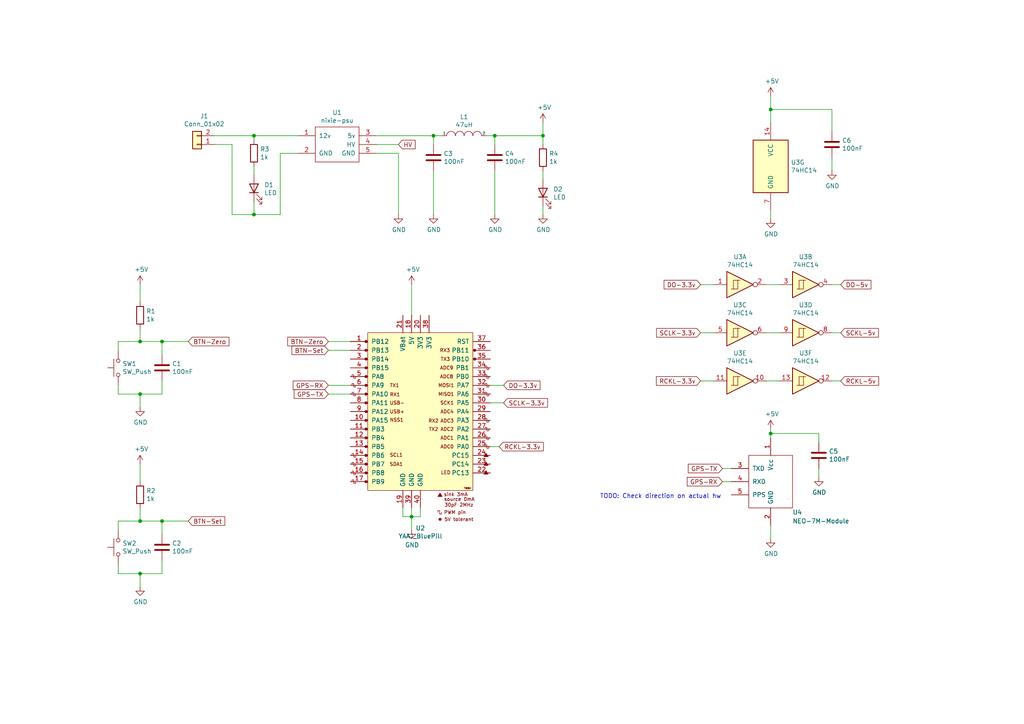
<source format=kicad_sch>
(kicad_sch (version 20211123) (generator eeschema)
  (paper "A4")
  (lib_symbols
    (symbol "74xx:74HC14" (pin_names (offset 1.016))
      (property "Reference" "U" (at 0 1.27 0))
      (property "Value" "74HC14" (at 0 -1.27 0))
      (symbol "74HC14_1_0"
        (polyline (pts (xy -3.81 3.81) (xy -3.81 -3.81) (xy 3.81 0) (xy -3.81 3.81)) (stroke (width 0.254)) (fill (type background)))
        (pin input line (at -7.62 0 0) (length 3.81) (name "~") (number "1"))
        (pin output inverted (at 7.62 0 180) (length 3.81) (name "~") (number "2"))
      )
      (symbol "74HC14_1_1"
        (polyline (pts (xy -1.905 -1.27) (xy -1.905 1.27) (xy -0.635 1.27)))
        (polyline (pts (xy -2.54 -1.27) (xy -0.635 -1.27) (xy -0.635 1.27) (xy 0 1.27)))
      )
      (symbol "74HC14_2_0"
        (polyline (pts (xy -3.81 3.81) (xy -3.81 -3.81) (xy 3.81 0) (xy -3.81 3.81)) (stroke (width 0.254)) (fill (type background)))
        (pin input line (at -7.62 0 0) (length 3.81) (name "~") (number "3"))
        (pin output inverted (at 7.62 0 180) (length 3.81) (name "~") (number "4"))
      )
      (symbol "74HC14_2_1"
        (polyline (pts (xy -1.905 -1.27) (xy -1.905 1.27) (xy -0.635 1.27)))
        (polyline (pts (xy -2.54 -1.27) (xy -0.635 -1.27) (xy -0.635 1.27) (xy 0 1.27)))
      )
      (symbol "74HC14_3_0"
        (polyline (pts (xy -3.81 3.81) (xy -3.81 -3.81) (xy 3.81 0) (xy -3.81 3.81)) (stroke (width 0.254)) (fill (type background)))
        (pin input line (at -7.62 0 0) (length 3.81) (name "~") (number "5"))
        (pin output inverted (at 7.62 0 180) (length 3.81) (name "~") (number "6"))
      )
      (symbol "74HC14_3_1"
        (polyline (pts (xy -1.905 -1.27) (xy -1.905 1.27) (xy -0.635 1.27)))
        (polyline (pts (xy -2.54 -1.27) (xy -0.635 -1.27) (xy -0.635 1.27) (xy 0 1.27)))
      )
      (symbol "74HC14_4_0"
        (polyline (pts (xy -3.81 3.81) (xy -3.81 -3.81) (xy 3.81 0) (xy -3.81 3.81)) (stroke (width 0.254)) (fill (type background)))
        (pin output inverted (at 7.62 0 180) (length 3.81) (name "~") (number "8"))
        (pin input line (at -7.62 0 0) (length 3.81) (name "~") (number "9"))
      )
      (symbol "74HC14_4_1"
        (polyline (pts (xy -1.905 -1.27) (xy -1.905 1.27) (xy -0.635 1.27)))
        (polyline (pts (xy -2.54 -1.27) (xy -0.635 -1.27) (xy -0.635 1.27) (xy 0 1.27)))
      )
      (symbol "74HC14_5_0"
        (polyline (pts (xy -3.81 3.81) (xy -3.81 -3.81) (xy 3.81 0) (xy -3.81 3.81)) (stroke (width 0.254)) (fill (type background)))
        (pin output inverted (at 7.62 0 180) (length 3.81) (name "~") (number "10"))
        (pin input line (at -7.62 0 0) (length 3.81) (name "~") (number "11"))
      )
      (symbol "74HC14_5_1"
        (polyline (pts (xy -1.905 -1.27) (xy -1.905 1.27) (xy -0.635 1.27)))
        (polyline (pts (xy -2.54 -1.27) (xy -0.635 -1.27) (xy -0.635 1.27) (xy 0 1.27)))
      )
      (symbol "74HC14_6_0"
        (polyline (pts (xy -3.81 3.81) (xy -3.81 -3.81) (xy 3.81 0) (xy -3.81 3.81)) (stroke (width 0.254)) (fill (type background)))
        (pin output inverted (at 7.62 0 180) (length 3.81) (name "~") (number "12"))
        (pin input line (at -7.62 0 0) (length 3.81) (name "~") (number "13"))
      )
      (symbol "74HC14_6_1"
        (polyline (pts (xy -1.905 -1.27) (xy -1.905 1.27) (xy -0.635 1.27)))
        (polyline (pts (xy -2.54 -1.27) (xy -0.635 -1.27) (xy -0.635 1.27) (xy 0 1.27)))
      )
      (symbol "74HC14_7_0"
        (pin power_in line (at 0 12.7 270) (length 5.08) (name "VCC") (number "14"))
        (pin power_in line (at 0 -12.7 90) (length 5.08) (name "GND") (number "7"))
      )
      (symbol "74HC14_7_1"
        (rectangle (start -5.08 7.62) (end 5.08 -7.62) (stroke (width 0.254)) (fill (type background)))
      )
    )
    (symbol "Connector_Generic:Conn_01x02" (pin_names (offset 1.016) hide)
      (property "Reference" "J" (at 0 2.54 0))
      (property "Value" "Conn_01x02" (at 0 -5.08 0))
      (symbol "Conn_01x02_1_1"
        (rectangle (start -1.27 -2.413) (end 0 -2.667) (stroke (width 0.1524)))
        (rectangle (start -1.27 0.127) (end 0 -0.127) (stroke (width 0.1524)))
        (rectangle (start -1.27 1.27) (end 1.27 -3.81) (stroke (width 0.254)) (fill (type background)))
        (pin passive line (at -5.08 0 0) (length 3.81) (name "Pin_1") (number "1"))
        (pin passive line (at -5.08 -2.54 0) (length 3.81) (name "Pin_2") (number "2"))
      )
    )
    (symbol "Device:C" (pin_numbers hide) (pin_names (offset 0.254))
      (property "Reference" "C" (at 0.635 2.54 0))
      (property "Value" "C" (at 0.635 -2.54 0))
      (symbol "C_0_1"
        (polyline (pts (xy -2.032 -0.762) (xy 2.032 -0.762)) (stroke (width 0.508)))
        (polyline (pts (xy -2.032 0.762) (xy 2.032 0.762)) (stroke (width 0.508)))
      )
      (symbol "C_1_1"
        (pin passive line (at 0 3.81 270) (length 2.794) (name "~") (number "1"))
        (pin passive line (at 0 -3.81 90) (length 2.794) (name "~") (number "2"))
      )
    )
    (symbol "Device:LED" (pin_numbers hide) (pin_names (offset 1.016) hide)
      (property "Reference" "D" (at 0 2.54 0))
      (property "Value" "LED" (at 0 -2.54 0))
      (symbol "LED_0_1"
        (polyline (pts (xy -1.27 -1.27) (xy -1.27 1.27)) (stroke (width 0.254)))
        (polyline (pts (xy -1.27 0) (xy 1.27 0)))
        (polyline (pts (xy 1.27 -1.27) (xy 1.27 1.27) (xy -1.27 0) (xy 1.27 -1.27)) (stroke (width 0.254)))
        (polyline (pts (xy -3.048 -0.762) (xy -4.572 -2.286) (xy -3.81 -2.286) (xy -4.572 -2.286) (xy -4.572 -1.524)))
        (polyline (pts (xy -1.778 -0.762) (xy -3.302 -2.286) (xy -2.54 -2.286) (xy -3.302 -2.286) (xy -3.302 -1.524)))
      )
      (symbol "LED_1_1"
        (pin passive line (at -3.81 0 0) (length 2.54) (name "K") (number "1"))
        (pin passive line (at 3.81 0 180) (length 2.54) (name "A") (number "2"))
      )
    )
    (symbol "Device:R" (pin_numbers hide) (pin_names (offset 0))
      (property "Reference" "R" (at 2.032 0 90))
      (property "Value" "R" (at 0 0 90))
      (symbol "R_0_1"
        (rectangle (start -1.016 -2.54) (end 1.016 2.54) (stroke (width 0.254)))
      )
      (symbol "R_1_1"
        (pin passive line (at 0 3.81 270) (length 1.27) (name "~") (number "1"))
        (pin passive line (at 0 -3.81 90) (length 1.27) (name "~") (number "2"))
      )
    )
    (symbol "Switch:SW_Push" (pin_numbers hide) (pin_names (offset 1.016) hide)
      (property "Reference" "SW" (at 1.27 2.54 0))
      (property "Value" "SW_Push" (at 0 -1.524 0))
      (symbol "SW_Push_0_1"
        (circle (center -2.032 0) (radius 0.508))
        (polyline (pts (xy 0 1.27) (xy 0 3.048)))
        (polyline (pts (xy 2.54 1.27) (xy -2.54 1.27)))
        (circle (center 2.032 0) (radius 0.508))
        (pin passive line (at -5.08 0 0) (length 2.54) (name "1") (number "1"))
        (pin passive line (at 5.08 0 180) (length 2.54) (name "2") (number "2"))
      )
    )
    (symbol "YAAJ_BluePill:YAAJ_BluePill" (pin_names (offset 1.016))
      (property "Reference" "U" (at -13.97 24.13 0))
      (property "Value" "YAAJ_BluePill" (at 0 6.35 90))
      (symbol "YAAJ_BluePill_0_0"
        (circle (center -15.748 -20.32) (radius 0.3556) (fill (type outline)))
        (circle (center -15.748 -17.78) (radius 0.3556) (fill (type outline)))
        (circle (center -15.748 -15.24) (radius 0.3556) (fill (type outline)))
        (circle (center -15.748 -12.7) (radius 0.3556) (fill (type outline)))
        (circle (center -15.748 -10.16) (radius 0.3556) (fill (type outline)))
        (circle (center -15.748 -7.62) (radius 0.3556) (fill (type outline)))
        (circle (center -15.748 -5.08) (radius 0.3556) (fill (type outline)))
        (circle (center -15.748 -2.54) (radius 0.3556) (fill (type outline)))
        (circle (center -15.748 0) (radius 0.3556) (fill (type outline)))
        (circle (center -15.748 2.54) (radius 0.3556) (fill (type outline)))
        (circle (center -15.748 5.08) (radius 0.3556) (fill (type outline)))
        (circle (center -15.748 7.62) (radius 0.3556) (fill (type outline)))
        (circle (center -15.748 10.16) (radius 0.3556) (fill (type outline)))
        (circle (center -15.748 12.7) (radius 0.3556) (fill (type outline)))
        (circle (center -15.748 15.24) (radius 0.3556) (fill (type outline)))
        (circle (center -15.748 20.32) (radius 0.3556) (fill (type outline)))
        (polyline (pts (xy 5.08 -24.638) (xy 5.715 -23.622) (xy 6.35 -24.638) (xy 5.08 -24.638) (xy 5.715 -23.749) (xy 6.223 -24.638) (xy 5.207 -24.511) (xy 5.715 -23.876) (xy 6.096 -24.638) (xy 5.334 -24.384) (xy 5.842 -24.003) (xy 5.969 -24.638) (xy 5.461 -24.257) (xy 5.969 -24.13) (xy 5.842 -24.511) (xy 5.588 -24.257) (xy 5.842 -24.384) (xy 5.715 -24.13)))
        (polyline (pts (xy 18.415 -18.161) (xy 19.05 -17.145) (xy 19.685 -18.161) (xy 18.415 -18.161) (xy 19.05 -17.272) (xy 19.558 -18.161) (xy 18.542 -18.034) (xy 19.05 -17.399) (xy 19.431 -18.161) (xy 18.669 -17.907) (xy 19.177 -17.526) (xy 19.304 -18.161) (xy 18.796 -17.78) (xy 19.304 -17.653) (xy 19.177 -18.034) (xy 18.923 -17.78) (xy 19.177 -17.907) (xy 19.05 -17.653)))
        (polyline (pts (xy 18.415 -15.621) (xy 19.05 -14.605) (xy 19.685 -15.621) (xy 18.415 -15.621) (xy 19.05 -14.732) (xy 19.558 -15.621) (xy 18.542 -15.494) (xy 19.05 -14.859) (xy 19.431 -15.621) (xy 18.669 -15.367) (xy 19.177 -14.986) (xy 19.304 -15.621) (xy 18.796 -15.24) (xy 19.304 -15.113) (xy 19.177 -15.494) (xy 18.923 -15.24) (xy 19.177 -15.367) (xy 19.05 -15.113)))
        (polyline (pts (xy 18.415 -13.081) (xy 19.05 -12.065) (xy 19.685 -13.081) (xy 18.415 -13.081) (xy 19.05 -12.192) (xy 19.558 -13.081) (xy 18.542 -12.954) (xy 19.05 -12.319) (xy 19.431 -13.081) (xy 18.669 -12.827) (xy 19.177 -12.446) (xy 19.304 -13.081) (xy 18.796 -12.7) (xy 19.304 -12.573) (xy 19.177 -12.954) (xy 18.923 -12.7) (xy 19.177 -12.827) (xy 19.05 -12.573)))
        (circle (center 5.715 -31.242) (radius 0.127) (fill (type outline)))
        (circle (center 5.715 -31.242) (radius 0.254))
        (circle (center 5.715 -31.242) (radius 0.3556))
        (circle (center 15.748 15.24) (radius 0.254) (fill (type outline)))
        (circle (center 15.748 15.24) (radius 0.3556))
        (circle (center 15.748 17.78) (radius 0.254) (fill (type outline)))
        (circle (center 15.748 17.78) (radius 0.3556))
        (text "30pF 2MHz" (at 11.176 -27.051 0) (effects (font (size 0.9906 0.9906))))
        (text "5V tolerant" (at 11.176 -31.242 0) (effects (font (size 0.9906 0.9906))))
        (text "ADC0" (at 7.747 -10.16 0) (effects (font (size 0.9906 0.9906))))
        (text "ADC1" (at 7.747 -7.62 0) (effects (font (size 0.9906 0.9906))))
        (text "ADC2" (at 7.747 -5.08 0) (effects (font (size 0.9906 0.9906))))
        (text "ADC3" (at 7.747 -2.667 0) (effects (font (size 0.9906 0.9906))))
        (text "ADC4" (at 7.747 0 0) (effects (font (size 0.9906 0.9906))))
        (text "ADC8" (at 7.62 10.16 0) (effects (font (size 0.9906 0.9906))))
        (text "ADC9" (at 7.62 12.7 0) (effects (font (size 0.9906 0.9906))))
        (text "LED" (at 7.366 -17.653 0) (effects (font (size 0.9906 0.9906))))
        (text "MISO1" (at 7.493 5.08 0) (effects (font (size 0.9906 0.9906))))
        (text "MOSI1" (at 7.493 7.62 0) (effects (font (size 0.9906 0.9906))))
        (text "NSS1" (at -6.858 -2.413 0) (effects (font (size 0.9906 0.9906))))
        (text "PWM pin" (at 10.033 -29.21 0) (effects (font (size 0.9906 0.9906))))
        (text "RX1" (at -7.366 4.953 0) (effects (font (size 0.9906 0.9906))))
        (text "RX2" (at 3.81 -2.667 0) (effects (font (size 0.9906 0.9906))))
        (text "RX3" (at 7.112 17.78 0) (effects (font (size 0.9906 0.9906))))
        (text "SCK1" (at 7.747 2.54 0) (effects (font (size 0.9906 0.9906))))
        (text "SCL1" (at -6.985 -12.573 0) (effects (font (size 0.9906 0.9906))))
        (text "SDA1" (at -6.985 -15.24 0) (effects (font (size 0.9906 0.9906))))
        (text "sink 3mA" (at 10.287 -24.003 0) (effects (font (size 0.9906 0.9906))))
        (text "source 0mA" (at 11.303 -25.4 0) (effects (font (size 0.9906 0.9906))))
        (text "TX1" (at -7.493 7.62 0) (effects (font (size 0.9906 0.9906))))
        (text "TX2" (at 3.81 -5.08 0) (effects (font (size 0.9906 0.9906))))
        (text "TX3" (at 7.239 15.24 0) (effects (font (size 0.9906 0.9906))))
        (text "USB+" (at -6.731 0 0) (effects (font (size 0.9906 0.9906))))
        (text "USB-" (at -6.731 2.54 0) (effects (font (size 0.9906 0.9906))))
        (text "Y@@J" (at 13.6906 -22.1488 0) (effects (font (size 0.508 0.508))))
      )
      (symbol "YAAJ_BluePill_0_1"
        (rectangle (start -15.24 22.86) (end 15.24 -22.86) (fill (type background)))
        (polyline (pts (xy -18.796 -20.32) (xy -18.796 -20.828) (xy -19.304 -20.828) (xy -19.304 -19.812) (xy -19.812 -19.812) (xy -19.812 -20.32)))
        (polyline (pts (xy -18.796 -17.78) (xy -18.796 -18.288) (xy -19.304 -18.288) (xy -19.304 -17.272) (xy -19.812 -17.272) (xy -19.812 -17.78)))
        (polyline (pts (xy -18.796 -15.24) (xy -18.796 -15.748) (xy -19.304 -15.748) (xy -19.304 -14.732) (xy -19.812 -14.732) (xy -19.812 -15.24)))
        (polyline (pts (xy -18.796 -12.7) (xy -18.796 -13.208) (xy -19.304 -13.208) (xy -19.304 -12.192) (xy -19.812 -12.192) (xy -19.812 -12.7)))
        (polyline (pts (xy -18.796 5.08) (xy -18.796 4.572) (xy -19.304 4.572) (xy -19.304 5.588) (xy -19.812 5.588) (xy -19.812 5.08)))
        (polyline (pts (xy -18.796 7.62) (xy -18.796 7.112) (xy -19.304 7.112) (xy -19.304 8.128) (xy -19.812 8.128) (xy -19.812 7.62)))
        (polyline (pts (xy -18.796 10.16) (xy -18.796 9.652) (xy -19.304 9.652) (xy -19.304 10.668) (xy -19.812 10.668) (xy -19.812 10.16)))
        (polyline (pts (xy 6.096 -29.21) (xy 6.096 -29.718) (xy 5.588 -29.718) (xy 5.588 -28.702) (xy 5.08 -28.702) (xy 5.08 -29.21)))
        (polyline (pts (xy 19.812 -10.16) (xy 19.812 -10.668) (xy 19.304 -10.668) (xy 19.304 -9.652) (xy 18.796 -9.652) (xy 18.796 -10.16)))
        (polyline (pts (xy 19.812 -7.62) (xy 19.812 -8.128) (xy 19.304 -8.128) (xy 19.304 -7.112) (xy 18.796 -7.112) (xy 18.796 -7.62)))
        (polyline (pts (xy 19.812 -5.08) (xy 19.812 -5.588) (xy 19.304 -5.588) (xy 19.304 -4.572) (xy 18.796 -4.572) (xy 18.796 -5.08)))
        (polyline (pts (xy 19.812 -2.54) (xy 19.812 -3.048) (xy 19.304 -3.048) (xy 19.304 -2.032) (xy 18.796 -2.032) (xy 18.796 -2.54)))
        (polyline (pts (xy 19.812 5.08) (xy 19.812 4.572) (xy 19.304 4.572) (xy 19.304 5.588) (xy 18.796 5.588) (xy 18.796 5.08)))
        (polyline (pts (xy 19.812 7.62) (xy 19.812 7.112) (xy 19.304 7.112) (xy 19.304 8.128) (xy 18.796 8.128) (xy 18.796 7.62)))
        (polyline (pts (xy 19.812 10.16) (xy 19.812 9.652) (xy 19.304 9.652) (xy 19.304 10.668) (xy 18.796 10.668) (xy 18.796 10.16)))
        (polyline (pts (xy 19.812 12.7) (xy 19.812 12.192) (xy 19.304 12.192) (xy 19.304 13.208) (xy 18.796 13.208) (xy 18.796 12.7)))
      )
      (symbol "YAAJ_BluePill_1_1"
        (circle (center -15.748 17.78) (radius 0.3556) (fill (type outline)))
        (pin bidirectional line (at -20.32 20.32 0) (length 5.08) (name "PB12") (number "1"))
        (pin bidirectional line (at -20.32 -2.54 0) (length 5.08) (name "PA15") (number "10"))
        (pin bidirectional line (at -20.32 -5.08 0) (length 5.08) (name "PB3") (number "11"))
        (pin bidirectional line (at -20.32 -7.62 0) (length 5.08) (name "PB4") (number "12"))
        (pin bidirectional line (at -20.32 -10.16 0) (length 5.08) (name "PB5") (number "13"))
        (pin bidirectional line (at -20.32 -12.7 0) (length 5.08) (name "PB6") (number "14"))
        (pin bidirectional line (at -20.32 -15.24 0) (length 5.08) (name "PB7") (number "15"))
        (pin bidirectional line (at -20.32 -17.78 0) (length 5.08) (name "PB8") (number "16"))
        (pin bidirectional line (at -20.32 -20.32 0) (length 5.08) (name "PB9") (number "17"))
        (pin power_in line (at -2.54 27.94 270) (length 5.08) (name "5V") (number "18"))
        (pin power_in line (at -5.08 -27.94 90) (length 5.08) (name "GND") (number "19"))
        (pin bidirectional line (at -20.32 17.78 0) (length 5.08) (name "PB13") (number "2"))
        (pin power_in line (at 0 27.94 270) (length 5.08) (name "3V3") (number "20"))
        (pin power_in line (at -5.08 27.94 270) (length 5.08) (name "VBat") (number "21"))
        (pin bidirectional line (at 20.32 -17.78 180) (length 5.08) (name "PC13") (number "22"))
        (pin bidirectional line (at 20.32 -15.24 180) (length 5.08) (name "PC14") (number "23"))
        (pin bidirectional line (at 20.32 -12.7 180) (length 5.08) (name "PC15") (number "24"))
        (pin bidirectional line (at 20.32 -10.16 180) (length 5.08) (name "PA0") (number "25"))
        (pin bidirectional line (at 20.32 -7.62 180) (length 5.08) (name "PA1") (number "26"))
        (pin bidirectional line (at 20.32 -5.08 180) (length 5.08) (name "PA2") (number "27"))
        (pin bidirectional line (at 20.32 -2.54 180) (length 5.08) (name "PA3") (number "28"))
        (pin bidirectional line (at 20.32 0 180) (length 5.08) (name "PA4") (number "29"))
        (pin bidirectional line (at -20.32 15.24 0) (length 5.08) (name "PB14") (number "3"))
        (pin bidirectional line (at 20.32 2.54 180) (length 5.08) (name "PA5") (number "30"))
        (pin bidirectional line (at 20.32 5.08 180) (length 5.08) (name "PA6") (number "31"))
        (pin bidirectional line (at 20.32 7.62 180) (length 5.08) (name "PA7") (number "32"))
        (pin bidirectional line (at 20.32 10.16 180) (length 5.08) (name "PB0") (number "33"))
        (pin bidirectional line (at 20.32 12.7 180) (length 5.08) (name "PB1") (number "34"))
        (pin bidirectional line (at 20.32 15.24 180) (length 5.08) (name "PB10") (number "35"))
        (pin bidirectional line (at 20.32 17.78 180) (length 5.08) (name "PB11") (number "36"))
        (pin input line (at 20.32 20.32 180) (length 5.08) (name "RST") (number "37"))
        (pin power_in line (at 2.54 27.94 270) (length 5.08) (name "3V3") (number "38"))
        (pin power_in line (at -2.54 -27.94 90) (length 5.08) (name "GND") (number "39"))
        (pin bidirectional line (at -20.32 12.7 0) (length 5.08) (name "PB15") (number "4"))
        (pin power_in line (at 0 -27.94 90) (length 5.08) (name "GND") (number "40"))
        (pin bidirectional line (at -20.32 10.16 0) (length 5.08) (name "PA8") (number "5"))
        (pin bidirectional line (at -20.32 7.62 0) (length 5.08) (name "PA9") (number "6"))
        (pin bidirectional line (at -20.32 5.08 0) (length 5.08) (name "PA10") (number "7"))
        (pin bidirectional line (at -20.32 2.54 0) (length 5.08) (name "PA11") (number "8"))
        (pin bidirectional line (at -20.32 0 0) (length 5.08) (name "PA12") (number "9"))
      )
    )
    (symbol "gps-module:NEO-7M-Module" (pin_names (offset 1.016))
      (property "Reference" "U" (at 7.62 -3.81 0))
      (property "Value" "NEO-7M-Module" (at 15.24 -6.35 0))
      (symbol "NEO-7M-Module_0_1"
        (rectangle (start -6.35 7.62) (end 6.35 -7.62))
        (rectangle (start 5.08 -5.08) (end 5.08 -5.08))
      )
      (symbol "NEO-7M-Module_1_1"
        (pin power_in line (at 0 12.7 270) (length 5.08) (name "Vcc") (number "1"))
        (pin power_in line (at 0 -12.7 90) (length 5.08) (name "GND") (number "2"))
        (pin output line (at -11.43 3.81 0) (length 5.08) (name "TXD") (number "3"))
        (pin input line (at -11.43 0 0) (length 5.08) (name "RXD") (number "4"))
        (pin output line (at -11.43 -3.81 0) (length 5.08) (name "PPS") (number "5"))
      )
    )
    (symbol "power:+5V" (power) (pin_names (offset 0))
      (property "Value" "+5V" (at 0 3.556 0))
      (symbol "+5V_0_1"
        (polyline (pts (xy -0.762 1.27) (xy 0 2.54)))
        (polyline (pts (xy 0 0) (xy 0 2.54)))
        (polyline (pts (xy 0 2.54) (xy 0.762 1.27)))
      )
      (symbol "+5V_1_1"
        (pin power_in line (at 0 0 90) (length 0) hide (name "+5V") (number "1"))
      )
    )
    (symbol "power:GND" (power) (pin_names (offset 0))
      (property "Value" "GND" (at 0 -3.81 0))
      (symbol "GND_0_1"
        (polyline (pts (xy 0 0) (xy 0 -1.27) (xy 1.27 -1.27) (xy 0 -2.54) (xy -1.27 -1.27) (xy 0 -1.27)))
      )
      (symbol "GND_1_1"
        (pin power_in line (at 0 0 270) (length 0) hide (name "GND") (number "1"))
      )
    )
    (symbol "pspice:INDUCTOR" (pin_numbers hide) (pin_names (offset 0))
      (property "Reference" "L" (at 0 2.54 0))
      (property "Value" "INDUCTOR" (at 0 -1.27 0))
      (symbol "INDUCTOR_0_1"
        (arc (start -2.54 0) (mid -3.81 1.27) (end -5.08 0))
        (arc (start 0 0) (mid -1.27 1.27) (end -2.54 0))
        (arc (start 2.54 0) (mid 1.27 1.27) (end 0 0))
        (arc (start 5.08 0) (mid 3.81 1.27) (end 2.54 0))
      )
      (symbol "INDUCTOR_1_1"
        (pin input line (at -6.35 0 0) (length 1.27) (name "1") (number "1"))
        (pin input line (at 6.35 0 180) (length 1.27) (name "2") (number "2"))
      )
    )
    (symbol "psu:nixie-psu" (pin_names (offset 1.016))
      (property "Reference" "U" (at -1.27 -7.62 0))
      (property "Value" "nixie-psu" (at 0 -10.16 0))
      (symbol "nixie-psu_0_1"
        (rectangle (start -6.35 5.08) (end 6.35 -5.08))
      )
      (symbol "nixie-psu_1_1"
        (pin input line (at -11.43 2.54 0) (length 5.08) (name "12v") (number "1"))
        (pin input line (at -11.43 -2.54 0) (length 5.08) (name "GND") (number "2"))
        (pin input line (at 11.43 2.54 180) (length 5.08) (name "5v") (number "3"))
        (pin input line (at 11.43 0 180) (length 5.08) (name "HV") (number "4"))
        (pin input line (at 11.43 -2.54 180) (length 5.08) (name "GND") (number "5"))
      )
    )
  )
  (junction (at 223.52 31.75))
  (junction (at 223.52 125.73))
  (junction (at 46.99 151.13))
  (junction (at 40.64 151.13))
  (junction (at 40.64 99.06))
  (junction (at 40.64 166.37))
  (junction (at 143.51 39.37))
  (junction (at 157.48 39.37))
  (junction (at 119.38 149.86))
  (junction (at 40.64 114.3))
  (junction (at 73.66 39.37))
  (junction (at 73.66 62.23))
  (junction (at 46.99 99.06))
  (junction (at 125.73 39.37))
  (wire (pts (xy 223.52 125.73) (xy 237.49 125.73)))
  (wire (pts (xy 116.84 147.32) (xy 116.84 149.86)))
  (wire (pts (xy 34.29 163.83) (xy 34.29 166.37)))
  (wire (pts (xy 157.48 52.07) (xy 157.48 49.53)))
  (wire (pts (xy 223.52 127) (xy 223.52 125.73)))
  (wire (pts (xy 73.66 62.23) (xy 81.28 62.23)))
  (wire (pts (xy 119.38 149.86) (xy 119.38 153.67)))
  (wire (pts (xy 143.51 41.91) (xy 143.51 39.37)))
  (wire (pts (xy 203.2 96.52) (xy 207.01 96.52)))
  (wire (pts (xy 46.99 114.3) (xy 46.99 110.49)))
  (wire (pts (xy 142.24 129.54) (xy 144.78 129.54)))
  (wire (pts (xy 157.48 39.37) (xy 157.48 35.56)))
  (wire (pts (xy 46.99 151.13) (xy 46.99 154.94)))
  (wire (pts (xy 40.64 99.06) (xy 40.64 95.25)))
  (wire (pts (xy 67.31 62.23) (xy 73.66 62.23)))
  (wire (pts (xy 81.28 44.45) (xy 86.36 44.45)))
  (wire (pts (xy 109.22 44.45) (xy 115.57 44.45)))
  (wire (pts (xy 142.24 111.76) (xy 146.05 111.76)))
  (wire (pts (xy 40.64 151.13) (xy 40.64 147.32)))
  (wire (pts (xy 46.99 166.37) (xy 46.99 162.56)))
  (wire (pts (xy 40.64 166.37) (xy 46.99 166.37)))
  (wire (pts (xy 140.97 39.37) (xy 143.51 39.37)))
  (wire (pts (xy 223.52 27.94) (xy 223.52 31.75)))
  (wire (pts (xy 241.3 49.53) (xy 241.3 45.72)))
  (wire (pts (xy 209.55 135.89) (xy 212.09 135.89)))
  (wire (pts (xy 46.99 151.13) (xy 54.61 151.13)))
  (wire (pts (xy 109.22 39.37) (xy 125.73 39.37)))
  (wire (pts (xy 223.52 63.5) (xy 223.52 60.96)))
  (wire (pts (xy 241.3 110.49) (xy 243.84 110.49)))
  (wire (pts (xy 237.49 125.73) (xy 237.49 128.27)))
  (wire (pts (xy 157.48 41.91) (xy 157.48 39.37)))
  (wire (pts (xy 121.92 149.86) (xy 121.92 147.32)))
  (wire (pts (xy 119.38 91.44) (xy 119.38 82.55)))
  (wire (pts (xy 34.29 166.37) (xy 40.64 166.37)))
  (wire (pts (xy 125.73 49.53) (xy 125.73 62.23)))
  (wire (pts (xy 119.38 149.86) (xy 119.38 147.32)))
  (wire (pts (xy 222.25 82.55) (xy 226.06 82.55)))
  (wire (pts (xy 34.29 101.6) (xy 34.29 99.06)))
  (wire (pts (xy 46.99 99.06) (xy 46.99 102.87)))
  (wire (pts (xy 73.66 62.23) (xy 73.66 58.42)))
  (wire (pts (xy 223.52 31.75) (xy 223.52 35.56)))
  (wire (pts (xy 73.66 39.37) (xy 86.36 39.37)))
  (wire (pts (xy 73.66 40.64) (xy 73.66 39.37)))
  (wire (pts (xy 34.29 153.67) (xy 34.29 151.13)))
  (wire (pts (xy 119.38 149.86) (xy 121.92 149.86)))
  (wire (pts (xy 95.25 99.06) (xy 101.6 99.06)))
  (wire (pts (xy 241.3 96.52) (xy 243.84 96.52)))
  (wire (pts (xy 209.55 139.7) (xy 212.09 139.7)))
  (wire (pts (xy 157.48 62.23) (xy 157.48 59.69)))
  (wire (pts (xy 222.25 110.49) (xy 226.06 110.49)))
  (wire (pts (xy 109.22 41.91) (xy 115.57 41.91)))
  (wire (pts (xy 40.64 139.7) (xy 40.64 134.62)))
  (wire (pts (xy 223.52 152.4) (xy 223.52 156.21)))
  (wire (pts (xy 34.29 111.76) (xy 34.29 114.3)))
  (wire (pts (xy 95.25 114.3) (xy 101.6 114.3)))
  (wire (pts (xy 241.3 31.75) (xy 241.3 38.1)))
  (wire (pts (xy 222.25 96.52) (xy 226.06 96.52)))
  (wire (pts (xy 125.73 39.37) (xy 128.27 39.37)))
  (wire (pts (xy 142.24 116.84) (xy 146.05 116.84)))
  (wire (pts (xy 34.29 151.13) (xy 40.64 151.13)))
  (wire (pts (xy 40.64 114.3) (xy 46.99 114.3)))
  (wire (pts (xy 62.23 41.91) (xy 67.31 41.91)))
  (wire (pts (xy 203.2 82.55) (xy 207.01 82.55)))
  (wire (pts (xy 101.6 101.6) (xy 95.25 101.6)))
  (wire (pts (xy 237.49 138.43) (xy 237.49 135.89)))
  (wire (pts (xy 241.3 82.55) (xy 243.84 82.55)))
  (wire (pts (xy 81.28 62.23) (xy 81.28 44.45)))
  (wire (pts (xy 223.52 125.73) (xy 223.52 124.46)))
  (wire (pts (xy 40.64 166.37) (xy 40.64 170.18)))
  (wire (pts (xy 95.25 111.76) (xy 101.6 111.76)))
  (wire (pts (xy 46.99 99.06) (xy 54.61 99.06)))
  (wire (pts (xy 223.52 31.75) (xy 241.3 31.75)))
  (wire (pts (xy 116.84 149.86) (xy 119.38 149.86)))
  (wire (pts (xy 40.64 151.13) (xy 46.99 151.13)))
  (wire (pts (xy 40.64 87.63) (xy 40.64 82.55)))
  (wire (pts (xy 73.66 48.26) (xy 73.66 50.8)))
  (wire (pts (xy 203.2 110.49) (xy 207.01 110.49)))
  (wire (pts (xy 40.64 114.3) (xy 40.64 118.11)))
  (wire (pts (xy 34.29 114.3) (xy 40.64 114.3)))
  (wire (pts (xy 125.73 41.91) (xy 125.73 39.37)))
  (wire (pts (xy 143.51 39.37) (xy 157.48 39.37)))
  (wire (pts (xy 143.51 49.53) (xy 143.51 62.23)))
  (wire (pts (xy 34.29 99.06) (xy 40.64 99.06)))
  (wire (pts (xy 115.57 44.45) (xy 115.57 62.23)))
  (wire (pts (xy 62.23 39.37) (xy 73.66 39.37)))
  (wire (pts (xy 67.31 41.91) (xy 67.31 62.23)))
  (wire (pts (xy 40.64 99.06) (xy 46.99 99.06)))
  (text "TODO: Check direction on actual hw" (at 173.99 144.78 0) (effects (font (size 1.27 1.27)) (justify left bottom)))
  (global_label "HV" (shape input) (at 115.57 41.91 0) (property "Intersheet References" "${INTERSHEET_REFS}" (effects hide)))
  (global_label "SCLK-3.3v" (shape input) (at 203.2 96.52 180) (property "Intersheet References" "${INTERSHEET_REFS}" (effects hide)))
  (global_label "BTN-Zero" (shape input) (at 95.25 99.06 180) (property "Intersheet References" "${INTERSHEET_REFS}" (effects hide)))
  (global_label "DO-3.3v" (shape input) (at 146.05 111.76 0) (property "Intersheet References" "${INTERSHEET_REFS}" (effects hide)))
  (global_label "GPS-TX" (shape input) (at 95.25 114.3 180) (property "Intersheet References" "${INTERSHEET_REFS}" (effects hide)))
  (global_label "DO-5v" (shape input) (at 243.84 82.55 0) (property "Intersheet References" "${INTERSHEET_REFS}" (effects hide)))
  (global_label "BTN-Set" (shape input) (at 95.25 101.6 180) (property "Intersheet References" "${INTERSHEET_REFS}" (effects hide)))
  (global_label "BTN-Set" (shape input) (at 54.61 151.13 0) (property "Intersheet References" "${INTERSHEET_REFS}" (effects hide)))
  (global_label "GPS-RX" (shape input) (at 209.55 139.7 180) (property "Intersheet References" "${INTERSHEET_REFS}" (effects hide)))
  (global_label "RCKL-5v" (shape input) (at 243.84 110.49 0) (property "Intersheet References" "${INTERSHEET_REFS}" (effects hide)))
  (global_label "RCKL-3.3v" (shape input) (at 203.2 110.49 180) (property "Intersheet References" "${INTERSHEET_REFS}" (effects hide)))
  (global_label "RCKL-3.3v" (shape input) (at 144.78 129.54 0) (property "Intersheet References" "${INTERSHEET_REFS}" (effects hide)))
  (global_label "GPS-TX" (shape input) (at 209.55 135.89 180) (property "Intersheet References" "${INTERSHEET_REFS}" (effects hide)))
  (global_label "BTN-Zero" (shape input) (at 54.61 99.06 0) (property "Intersheet References" "${INTERSHEET_REFS}" (effects hide)))
  (global_label "SCKL-5v" (shape input) (at 243.84 96.52 0) (property "Intersheet References" "${INTERSHEET_REFS}" (effects hide)))
  (global_label "GPS-RX" (shape input) (at 95.25 111.76 180) (property "Intersheet References" "${INTERSHEET_REFS}" (effects hide)))
  (global_label "DO-3.3v" (shape input) (at 203.2 82.55 180) (property "Intersheet References" "${INTERSHEET_REFS}" (effects hide)))
  (global_label "SCLK-3.3v" (shape input) (at 146.05 116.84 0) (property "Intersheet References" "${INTERSHEET_REFS}" (effects hide)))
  (symbol (lib_id "YAAJ_BluePill:YAAJ_BluePill") (at 121.92 119.38 0) (unit 1)
    (property "Reference" "U2" (at 121.92 153.1874 0))
    (property "Value" "YAAJ_BluePill" (at 121.92 155.4988 0))
    (property "Footprint" "misc:YAAJ_BluePill_2" (effects hide))
  )
  (symbol (lib_id "74xx:74HC14") (at 214.63 82.55 0) (unit 1)
    (property "Reference" "U3" (at 214.63 74.4982 0))
    (property "Value" "74HC14" (at 214.63 76.8096 0))
    (property "Footprint" "Package_DIP:DIP-14_W7.62mm_LongPads" (effects hide))
    (property "Datasheet" "http://www.ti.com/lit/gpn/sn74HC14" (effects hide))
  )
  (symbol (lib_id "74xx:74HC14") (at 223.52 48.26 0) (unit 7)
    (property "Reference" "U3" (at 229.362 47.0916 0) (effects (justify left)))
    (property "Value" "74HC14" (at 229.362 49.403 0) (effects (justify left)))
    (property "Footprint" "Package_DIP:DIP-14_W7.62mm_LongPads" (effects hide))
    (property "Datasheet" "http://www.ti.com/lit/gpn/sn74HC14" (effects hide))
  )
  (symbol (lib_id "74xx:74HC14") (at 233.68 82.55 0) (unit 2)
    (property "Reference" "U3" (at 233.68 74.4982 0))
    (property "Value" "74HC14" (at 233.68 76.8096 0))
    (property "Footprint" "Package_DIP:DIP-14_W7.62mm_LongPads" (effects hide))
    (property "Datasheet" "http://www.ti.com/lit/gpn/sn74HC14" (effects hide))
  )
  (symbol (lib_id "74xx:74HC14") (at 214.63 96.52 0) (unit 3)
    (property "Reference" "U3" (at 214.63 88.4682 0))
    (property "Value" "74HC14" (at 214.63 90.7796 0))
    (property "Footprint" "Package_DIP:DIP-14_W7.62mm_LongPads" (effects hide))
    (property "Datasheet" "http://www.ti.com/lit/gpn/sn74HC14" (effects hide))
  )
  (symbol (lib_id "74xx:74HC14") (at 233.68 96.52 0) (unit 4)
    (property "Reference" "U3" (at 233.68 88.4682 0))
    (property "Value" "74HC14" (at 233.68 90.7796 0))
    (property "Footprint" "Package_DIP:DIP-14_W7.62mm_LongPads" (effects hide))
    (property "Datasheet" "http://www.ti.com/lit/gpn/sn74HC14" (effects hide))
  )
  (symbol (lib_id "74xx:74HC14") (at 214.63 110.49 0) (unit 5)
    (property "Reference" "U3" (at 214.63 102.4382 0))
    (property "Value" "74HC14" (at 214.63 104.7496 0))
    (property "Footprint" "Package_DIP:DIP-14_W7.62mm_LongPads" (effects hide))
    (property "Datasheet" "http://www.ti.com/lit/gpn/sn74HC14" (effects hide))
  )
  (symbol (lib_id "74xx:74HC14") (at 233.68 110.49 0) (unit 6)
    (property "Reference" "U3" (at 233.68 102.4382 0))
    (property "Value" "74HC14" (at 233.68 104.7496 0))
    (property "Footprint" "Package_DIP:DIP-14_W7.62mm_LongPads" (effects hide))
    (property "Datasheet" "http://www.ti.com/lit/gpn/sn74HC14" (effects hide))
  )
  (symbol (lib_id "power:GND") (at 119.38 153.67 0) (unit 1)
    (property "Reference" "#PWR07" (effects hide))
    (property "Value" "GND" (at 119.507 158.0642 0))
  )
  (symbol (lib_id "power:+5V") (at 119.38 82.55 0) (unit 1)
    (property "Reference" "#PWR06" (effects hide))
    (property "Value" "+5V" (at 119.761 78.1558 0))
  )
  (symbol (lib_id "power:+5V") (at 223.52 27.94 0) (unit 1)
    (property "Reference" "#PWR012" (effects hide))
    (property "Value" "+5V" (at 223.901 23.5458 0))
  )
  (symbol (lib_id "power:GND") (at 223.52 63.5 0) (unit 1)
    (property "Reference" "#PWR013" (effects hide))
    (property "Value" "GND" (at 223.647 67.8942 0))
  )
  (symbol (lib_id "gps-module:NEO-7M-Module") (at 223.52 139.7 0) (unit 1)
    (property "Reference" "U4" (at 229.87 148.59 0) (effects (justify left)))
    (property "Value" "NEO-7M-Module" (at 229.87 151.13 0) (effects (justify left)))
  )
  (symbol (lib_id "power:GND") (at 223.52 156.21 0) (unit 1)
    (property "Reference" "#PWR015" (effects hide))
    (property "Value" "GND" (at 223.647 160.6042 0))
  )
  (symbol (lib_id "power:+5V") (at 223.52 124.46 0) (unit 1)
    (property "Reference" "#PWR014" (effects hide))
    (property "Value" "+5V" (at 223.901 120.0658 0))
  )
  (symbol (lib_id "Device:C") (at 241.3 41.91 0) (unit 1)
    (property "Reference" "C6" (at 244.221 40.7416 0) (effects (justify left)))
    (property "Value" "100nF" (at 244.221 43.053 0) (effects (justify left)))
    (property "Footprint" "Capacitor_THT:C_Disc_D3.0mm_W2.0mm_P2.50mm" (effects hide))
  )
  (symbol (lib_id "power:GND") (at 241.3 49.53 0) (unit 1)
    (property "Reference" "#PWR017" (effects hide))
    (property "Value" "GND" (at 241.427 53.9242 0))
  )
  (symbol (lib_id "Switch:SW_Push") (at 34.29 106.68 90) (unit 1)
    (property "Reference" "SW1" (at 35.5092 105.5116 90) (effects (justify right)))
    (property "Value" "SW_Push" (at 35.5092 107.823 90) (effects (justify right)))
    (property "Footprint" "Button_Switch_THT:SW_PUSH_6mm" (effects hide))
  )
  (symbol (lib_id "Device:C") (at 46.99 106.68 0) (unit 1)
    (property "Reference" "C1" (at 49.911 105.5116 0) (effects (justify left)))
    (property "Value" "100nF" (at 49.911 107.823 0) (effects (justify left)))
    (property "Footprint" "Capacitor_THT:C_Disc_D3.0mm_W2.0mm_P2.50mm" (effects hide))
  )
  (symbol (lib_id "power:GND") (at 40.64 118.11 0) (unit 1)
    (property "Reference" "#PWR02" (effects hide))
    (property "Value" "GND" (at 40.767 122.5042 0))
  )
  (symbol (lib_id "Device:R") (at 40.64 91.44 0) (unit 1)
    (property "Reference" "R1" (at 42.418 90.2716 0) (effects (justify left)))
    (property "Value" "1k" (at 42.418 92.583 0) (effects (justify left)))
    (property "Footprint" "Resistor_THT:R_Axial_DIN0207_L6.3mm_D2.5mm_P7.62mm_Horizontal" (effects hide))
  )
  (symbol (lib_id "power:+5V") (at 40.64 82.55 0) (unit 1)
    (property "Reference" "#PWR01" (effects hide))
    (property "Value" "+5V" (at 41.021 78.1558 0))
  )
  (symbol (lib_id "Device:R") (at 157.48 45.72 0) (unit 1)
    (property "Reference" "R4" (at 159.258 44.5516 0) (effects (justify left)))
    (property "Value" "1k" (at 159.258 46.863 0) (effects (justify left)))
    (property "Footprint" "Resistor_THT:R_Axial_DIN0207_L6.3mm_D2.5mm_P7.62mm_Horizontal" (effects hide))
  )
  (symbol (lib_id "Device:LED") (at 157.48 55.88 90) (unit 1)
    (property "Reference" "D2" (at 160.4772 54.8894 90) (effects (justify right)))
    (property "Value" "LED" (at 160.4772 57.2008 90) (effects (justify right)))
    (property "Footprint" "LED_THT:LED_D5.0mm" (effects hide))
  )
  (symbol (lib_id "Switch:SW_Push") (at 34.29 158.75 90) (unit 1)
    (property "Reference" "SW2" (at 35.5092 157.5816 90) (effects (justify right)))
    (property "Value" "SW_Push" (at 35.5092 159.893 90) (effects (justify right)))
    (property "Footprint" "Button_Switch_THT:SW_PUSH_6mm" (effects hide))
  )
  (symbol (lib_id "Device:C") (at 46.99 158.75 0) (unit 1)
    (property "Reference" "C2" (at 49.911 157.5816 0) (effects (justify left)))
    (property "Value" "100nF" (at 49.911 159.893 0) (effects (justify left)))
    (property "Footprint" "Capacitor_THT:C_Disc_D3.0mm_W2.0mm_P2.50mm" (effects hide))
  )
  (symbol (lib_id "power:GND") (at 40.64 170.18 0) (unit 1)
    (property "Reference" "#PWR04" (effects hide))
    (property "Value" "GND" (at 40.767 174.5742 0))
  )
  (symbol (lib_id "Device:R") (at 40.64 143.51 0) (unit 1)
    (property "Reference" "R2" (at 42.418 142.3416 0) (effects (justify left)))
    (property "Value" "1k" (at 42.418 144.653 0) (effects (justify left)))
    (property "Footprint" "Resistor_THT:R_Axial_DIN0207_L6.3mm_D2.5mm_P7.62mm_Horizontal" (effects hide))
  )
  (symbol (lib_id "power:+5V") (at 40.64 134.62 0) (unit 1)
    (property "Reference" "#PWR03" (effects hide))
    (property "Value" "+5V" (at 41.021 130.2258 0))
  )
  (symbol (lib_id "power:GND") (at 157.48 62.23 0) (unit 1)
    (property "Reference" "#PWR011" (effects hide))
    (property "Value" "GND" (at 157.607 66.6242 0))
  )
  (symbol (lib_id "Device:C") (at 237.49 132.08 0) (unit 1)
    (property "Reference" "C5" (at 240.411 130.9116 0) (effects (justify left)))
    (property "Value" "100nF" (at 240.411 133.223 0) (effects (justify left)))
    (property "Footprint" "Capacitor_THT:C_Disc_D3.0mm_W2.0mm_P2.50mm" (effects hide))
  )
  (symbol (lib_id "power:GND") (at 237.49 138.43 0) (unit 1)
    (property "Reference" "#PWR016" (effects hide))
    (property "Value" "GND" (at 237.617 142.8242 0))
  )
  (symbol (lib_id "psu:nixie-psu") (at 97.79 41.91 0) (unit 1)
    (property "Reference" "U1" (at 97.79 32.639 0))
    (property "Value" "nixie-psu" (at 97.79 34.9504 0))
  )
  (symbol (lib_id "pspice:INDUCTOR") (at 134.62 39.37 0) (unit 1)
    (property "Reference" "L1" (at 134.62 33.909 0))
    (property "Value" "47uH" (at 134.62 36.2204 0))
    (property "Footprint" "Inductor_THT:L_Axial_L9.5mm_D4.0mm_P15.24mm_Horizontal_Fastron_SMCC" (effects hide))
  )
  (symbol (lib_id "Device:C") (at 125.73 45.72 0) (unit 1)
    (property "Reference" "C3" (at 128.651 44.5516 0) (effects (justify left)))
    (property "Value" "100nF" (at 128.651 46.863 0) (effects (justify left)))
    (property "Footprint" "Capacitor_THT:C_Disc_D3.0mm_W2.0mm_P2.50mm" (effects hide))
  )
  (symbol (lib_id "Device:C") (at 143.51 45.72 0) (unit 1)
    (property "Reference" "C4" (at 146.431 44.5516 0) (effects (justify left)))
    (property "Value" "100nF" (at 146.431 46.863 0) (effects (justify left)))
    (property "Footprint" "Capacitor_THT:C_Disc_D3.0mm_W2.0mm_P2.50mm" (effects hide))
  )
  (symbol (lib_id "power:GND") (at 143.51 62.23 0) (unit 1)
    (property "Reference" "#PWR09" (effects hide))
    (property "Value" "GND" (at 143.637 66.6242 0))
  )
  (symbol (lib_id "power:GND") (at 125.73 62.23 0) (unit 1)
    (property "Reference" "#PWR08" (effects hide))
    (property "Value" "GND" (at 125.857 66.6242 0))
  )
  (symbol (lib_id "power:GND") (at 115.57 62.23 0) (unit 1)
    (property "Reference" "#PWR05" (effects hide))
    (property "Value" "GND" (at 115.697 66.6242 0))
  )
  (symbol (lib_id "power:+5V") (at 157.48 35.56 0) (unit 1)
    (property "Reference" "#PWR010" (effects hide))
    (property "Value" "+5V" (at 157.861 31.1658 0))
  )
  (symbol (lib_id "Connector_Generic:Conn_01x02") (at 57.15 41.91 180) (unit 1)
    (property "Reference" "J1" (at 59.2328 33.655 0))
    (property "Value" "Conn_01x02" (at 59.2328 35.9664 0))
    (property "Footprint" "TerminalBlock:TerminalBlock_bornier-2_P5.08mm" (effects hide))
  )
  (symbol (lib_id "Device:R") (at 73.66 44.45 0) (unit 1)
    (property "Reference" "R3" (at 75.438 43.2816 0) (effects (justify left)))
    (property "Value" "1k" (at 75.438 45.593 0) (effects (justify left)))
    (property "Footprint" "Resistor_THT:R_Axial_DIN0207_L6.3mm_D2.5mm_P7.62mm_Horizontal" (effects hide))
  )
  (symbol (lib_id "Device:LED") (at 73.66 54.61 90) (unit 1)
    (property "Reference" "D1" (at 76.6572 53.6194 90) (effects (justify right)))
    (property "Value" "LED" (at 76.6572 55.9308 90) (effects (justify right)))
    (property "Footprint" "LED_THT:LED_D5.0mm" (effects hide))
  )
)
</source>
